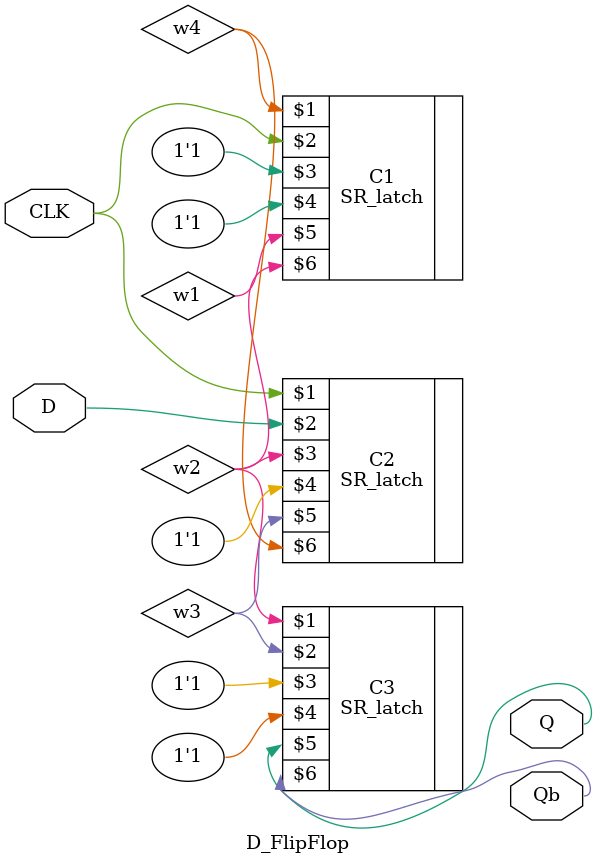
<source format=sv>
`timescale 1ns / 1ns
module D_FlipFlop (
    input  D,
    CLK,
    output Q,
    Qb
);
  wire w2, w3, w4;
  SR_latch C1 (
      w4,
      CLK,
      1'b1,
      1'b1,
      w1,
      w2
  );
  SR_latch C2 (
      CLK,
      D,
      w2,
      1'b1,
      w3,
      w4
  );
  SR_latch C3 (
      w2,
      w3,
      1'b1,
      1'b1,
      Q,
      Qb
  );
endmodule


</source>
